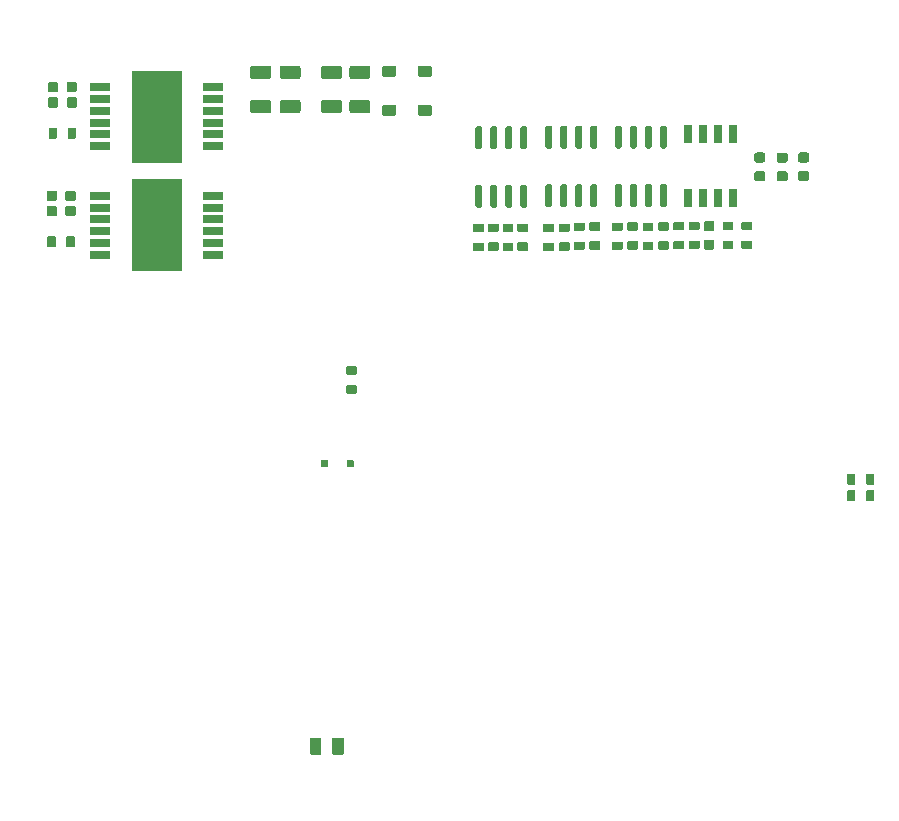
<source format=gtp>
G04 #@! TF.GenerationSoftware,KiCad,Pcbnew,8.0.9-8.0.9-0~ubuntu24.04.1*
G04 #@! TF.CreationDate,2025-09-04T03:17:17+00:00*
G04 #@! TF.ProjectId,PROLT,50524f4c-542e-46b6-9963-61645f706362,rev?*
G04 #@! TF.SameCoordinates,Original*
G04 #@! TF.FileFunction,Paste,Top*
G04 #@! TF.FilePolarity,Positive*
%FSLAX46Y46*%
G04 Gerber Fmt 4.6, Leading zero omitted, Abs format (unit mm)*
G04 Created by KiCad (PCBNEW 8.0.9-8.0.9-0~ubuntu24.04.1) date 2025-09-04 03:17:17*
%MOMM*%
%LPD*%
G01*
G04 APERTURE LIST*
%ADD10R,0.650000X1.525000*%
%ADD11R,1.750000X0.650000*%
%ADD12R,4.300000X7.900000*%
G04 APERTURE END LIST*
G04 #@! TO.C,R9*
G36*
G01*
X38830000Y43823405D02*
X38050000Y43823405D01*
G75*
G02*
X37980000Y43893405I0J70000D01*
G01*
X37980000Y44453405D01*
G75*
G02*
X38050000Y44523405I70000J0D01*
G01*
X38830000Y44523405D01*
G75*
G02*
X38900000Y44453405I0J-70000D01*
G01*
X38900000Y43893405D01*
G75*
G02*
X38830000Y43823405I-70000J0D01*
G01*
G37*
G36*
G01*
X38830000Y45423405D02*
X38050000Y45423405D01*
G75*
G02*
X37980000Y45493405I0J70000D01*
G01*
X37980000Y46053405D01*
G75*
G02*
X38050000Y46123405I70000J0D01*
G01*
X38830000Y46123405D01*
G75*
G02*
X38900000Y46053405I0J-70000D01*
G01*
X38900000Y45493405D01*
G75*
G02*
X38830000Y45423405I-70000J0D01*
G01*
G37*
G04 #@! TD*
G04 #@! TO.C,C1*
G36*
G01*
X58305000Y43934999D02*
X57625000Y43934999D01*
G75*
G02*
X57540000Y44019999I0J85000D01*
G01*
X57540000Y44699999D01*
G75*
G02*
X57625000Y44784999I85000J0D01*
G01*
X58305000Y44784999D01*
G75*
G02*
X58390000Y44699999I0J-85000D01*
G01*
X58390000Y44019999D01*
G75*
G02*
X58305000Y43934999I-85000J0D01*
G01*
G37*
G36*
G01*
X58305000Y45515001D02*
X57625000Y45515001D01*
G75*
G02*
X57540000Y45600001I0J85000D01*
G01*
X57540000Y46280001D01*
G75*
G02*
X57625000Y46365001I85000J0D01*
G01*
X58305000Y46365001D01*
G75*
G02*
X58390000Y46280001I0J-85000D01*
G01*
X58390000Y45600001D01*
G75*
G02*
X58305000Y45515001I-85000J0D01*
G01*
G37*
G04 #@! TD*
G04 #@! TO.C,R20*
G36*
G01*
X53710000Y46250000D02*
X54490000Y46250000D01*
G75*
G02*
X54560000Y46180000I0J-70000D01*
G01*
X54560000Y45620000D01*
G75*
G02*
X54490000Y45550000I-70000J0D01*
G01*
X53710000Y45550000D01*
G75*
G02*
X53640000Y45620000I0J70000D01*
G01*
X53640000Y46180000D01*
G75*
G02*
X53710000Y46250000I70000J0D01*
G01*
G37*
G36*
G01*
X53710000Y44650000D02*
X54490000Y44650000D01*
G75*
G02*
X54560000Y44580000I0J-70000D01*
G01*
X54560000Y44020000D01*
G75*
G02*
X54490000Y43950000I-70000J0D01*
G01*
X53710000Y43950000D01*
G75*
G02*
X53640000Y44020000I0J70000D01*
G01*
X53640000Y44580000D01*
G75*
G02*
X53710000Y44650000I70000J0D01*
G01*
G37*
G04 #@! TD*
G04 #@! TO.C,C26*
G36*
G01*
X1894998Y48160000D02*
X1894998Y48840000D01*
G75*
G02*
X1979998Y48925000I85000J0D01*
G01*
X2659998Y48925000D01*
G75*
G02*
X2744998Y48840000I0J-85000D01*
G01*
X2744998Y48160000D01*
G75*
G02*
X2659998Y48075000I-85000J0D01*
G01*
X1979998Y48075000D01*
G75*
G02*
X1894998Y48160000I0J85000D01*
G01*
G37*
G36*
G01*
X3475000Y48160000D02*
X3475000Y48840000D01*
G75*
G02*
X3560000Y48925000I85000J0D01*
G01*
X4240000Y48925000D01*
G75*
G02*
X4325000Y48840000I0J-85000D01*
G01*
X4325000Y48160000D01*
G75*
G02*
X4240000Y48075000I-85000J0D01*
G01*
X3560000Y48075000D01*
G75*
G02*
X3475000Y48160000I0J85000D01*
G01*
G37*
G04 #@! TD*
G04 #@! TO.C,R15*
G36*
G01*
X71950000Y23490000D02*
X71950000Y22710000D01*
G75*
G02*
X71880000Y22640000I-70000J0D01*
G01*
X71320000Y22640000D01*
G75*
G02*
X71250000Y22710000I0J70000D01*
G01*
X71250000Y23490000D01*
G75*
G02*
X71320000Y23560000I70000J0D01*
G01*
X71880000Y23560000D01*
G75*
G02*
X71950000Y23490000I0J-70000D01*
G01*
G37*
G36*
G01*
X70350000Y23490000D02*
X70350000Y22710000D01*
G75*
G02*
X70280000Y22640000I-70000J0D01*
G01*
X69720000Y22640000D01*
G75*
G02*
X69650000Y22710000I0J70000D01*
G01*
X69650000Y23490000D01*
G75*
G02*
X69720000Y23560000I70000J0D01*
G01*
X70280000Y23560000D01*
G75*
G02*
X70350000Y23490000I0J-70000D01*
G01*
G37*
G04 #@! TD*
G04 #@! TO.C,R19*
G36*
G01*
X51110000Y46250000D02*
X51890000Y46250000D01*
G75*
G02*
X51960000Y46180000I0J-70000D01*
G01*
X51960000Y45620000D01*
G75*
G02*
X51890000Y45550000I-70000J0D01*
G01*
X51110000Y45550000D01*
G75*
G02*
X51040000Y45620000I0J70000D01*
G01*
X51040000Y46180000D01*
G75*
G02*
X51110000Y46250000I70000J0D01*
G01*
G37*
G36*
G01*
X51110000Y44650000D02*
X51890000Y44650000D01*
G75*
G02*
X51960000Y44580000I0J-70000D01*
G01*
X51960000Y44020000D01*
G75*
G02*
X51890000Y43950000I-70000J0D01*
G01*
X51110000Y43950000D01*
G75*
G02*
X51040000Y44020000I0J70000D01*
G01*
X51040000Y44580000D01*
G75*
G02*
X51110000Y44650000I70000J0D01*
G01*
G37*
G04 #@! TD*
G04 #@! TO.C,F7*
G36*
G01*
X27500000Y58605010D02*
X27500000Y59295010D01*
G75*
G02*
X27730000Y59525010I230000J0D01*
G01*
X29070000Y59525010D01*
G75*
G02*
X29300000Y59295010I0J-230000D01*
G01*
X29300000Y58605010D01*
G75*
G02*
X29070000Y58375010I-230000J0D01*
G01*
X27730000Y58375010D01*
G75*
G02*
X27500000Y58605010I0J230000D01*
G01*
G37*
G36*
G01*
X27500000Y55704990D02*
X27500000Y56394990D01*
G75*
G02*
X27730000Y56624990I230000J0D01*
G01*
X29070000Y56624990D01*
G75*
G02*
X29300000Y56394990I0J-230000D01*
G01*
X29300000Y55704990D01*
G75*
G02*
X29070000Y55474990I-230000J0D01*
G01*
X27730000Y55474990D01*
G75*
G02*
X27500000Y55704990I0J230000D01*
G01*
G37*
G04 #@! TD*
G04 #@! TO.C,U3*
G36*
G01*
X50445000Y47550000D02*
X50145000Y47550000D01*
G75*
G02*
X49995000Y47700000I0J150000D01*
G01*
X49995000Y49350000D01*
G75*
G02*
X50145000Y49500000I150000J0D01*
G01*
X50445000Y49500000D01*
G75*
G02*
X50595000Y49350000I0J-150000D01*
G01*
X50595000Y47700000D01*
G75*
G02*
X50445000Y47550000I-150000J0D01*
G01*
G37*
G36*
G01*
X51715000Y47550000D02*
X51415000Y47550000D01*
G75*
G02*
X51265000Y47700000I0J150000D01*
G01*
X51265000Y49350000D01*
G75*
G02*
X51415000Y49500000I150000J0D01*
G01*
X51715000Y49500000D01*
G75*
G02*
X51865000Y49350000I0J-150000D01*
G01*
X51865000Y47700000D01*
G75*
G02*
X51715000Y47550000I-150000J0D01*
G01*
G37*
G36*
G01*
X52985000Y47550000D02*
X52685000Y47550000D01*
G75*
G02*
X52535000Y47700000I0J150000D01*
G01*
X52535000Y49350000D01*
G75*
G02*
X52685000Y49500000I150000J0D01*
G01*
X52985000Y49500000D01*
G75*
G02*
X53135000Y49350000I0J-150000D01*
G01*
X53135000Y47700000D01*
G75*
G02*
X52985000Y47550000I-150000J0D01*
G01*
G37*
G36*
G01*
X54255000Y47550000D02*
X53955000Y47550000D01*
G75*
G02*
X53805000Y47700000I0J150000D01*
G01*
X53805000Y49350000D01*
G75*
G02*
X53955000Y49500000I150000J0D01*
G01*
X54255000Y49500000D01*
G75*
G02*
X54405000Y49350000I0J-150000D01*
G01*
X54405000Y47700000D01*
G75*
G02*
X54255000Y47550000I-150000J0D01*
G01*
G37*
G36*
G01*
X54255000Y52500000D02*
X53955000Y52500000D01*
G75*
G02*
X53805000Y52650000I0J150000D01*
G01*
X53805000Y54300000D01*
G75*
G02*
X53955000Y54450000I150000J0D01*
G01*
X54255000Y54450000D01*
G75*
G02*
X54405000Y54300000I0J-150000D01*
G01*
X54405000Y52650000D01*
G75*
G02*
X54255000Y52500000I-150000J0D01*
G01*
G37*
G36*
G01*
X52985000Y52500000D02*
X52685000Y52500000D01*
G75*
G02*
X52535000Y52650000I0J150000D01*
G01*
X52535000Y54300000D01*
G75*
G02*
X52685000Y54450000I150000J0D01*
G01*
X52985000Y54450000D01*
G75*
G02*
X53135000Y54300000I0J-150000D01*
G01*
X53135000Y52650000D01*
G75*
G02*
X52985000Y52500000I-150000J0D01*
G01*
G37*
G36*
G01*
X51715000Y52500000D02*
X51415000Y52500000D01*
G75*
G02*
X51265000Y52650000I0J150000D01*
G01*
X51265000Y54300000D01*
G75*
G02*
X51415000Y54450000I150000J0D01*
G01*
X51715000Y54450000D01*
G75*
G02*
X51865000Y54300000I0J-150000D01*
G01*
X51865000Y52650000D01*
G75*
G02*
X51715000Y52500000I-150000J0D01*
G01*
G37*
G36*
G01*
X50445000Y52500000D02*
X50145000Y52500000D01*
G75*
G02*
X49995000Y52650000I0J150000D01*
G01*
X49995000Y54300000D01*
G75*
G02*
X50145000Y54450000I150000J0D01*
G01*
X50445000Y54450000D01*
G75*
G02*
X50595000Y54300000I0J-150000D01*
G01*
X50595000Y52650000D01*
G75*
G02*
X50445000Y52500000I-150000J0D01*
G01*
G37*
G04 #@! TD*
D10*
G04 #@! TO.C,IC1*
X56195000Y48313000D03*
X57465000Y48313000D03*
X58735000Y48313000D03*
X60005000Y48313000D03*
X60005000Y53737000D03*
X58735000Y53737000D03*
X57465000Y53737000D03*
X56195000Y53737000D03*
G04 #@! TD*
G04 #@! TO.C,R12*
G36*
G01*
X4250000Y44990000D02*
X4250000Y44210000D01*
G75*
G02*
X4180000Y44140000I-70000J0D01*
G01*
X3620000Y44140000D01*
G75*
G02*
X3550000Y44210000I0J70000D01*
G01*
X3550000Y44990000D01*
G75*
G02*
X3620000Y45060000I70000J0D01*
G01*
X4180000Y45060000D01*
G75*
G02*
X4250000Y44990000I0J-70000D01*
G01*
G37*
G36*
G01*
X2650000Y44990000D02*
X2650000Y44210000D01*
G75*
G02*
X2580000Y44140000I-70000J0D01*
G01*
X2020000Y44140000D01*
G75*
G02*
X1950000Y44210000I0J70000D01*
G01*
X1950000Y44990000D01*
G75*
G02*
X2020000Y45060000I70000J0D01*
G01*
X2580000Y45060000D01*
G75*
G02*
X2650000Y44990000I0J-70000D01*
G01*
G37*
G04 #@! TD*
G04 #@! TO.C,C13*
G36*
G01*
X1994998Y57360000D02*
X1994998Y58040000D01*
G75*
G02*
X2079998Y58125000I85000J0D01*
G01*
X2759998Y58125000D01*
G75*
G02*
X2844998Y58040000I0J-85000D01*
G01*
X2844998Y57360000D01*
G75*
G02*
X2759998Y57275000I-85000J0D01*
G01*
X2079998Y57275000D01*
G75*
G02*
X1994998Y57360000I0J85000D01*
G01*
G37*
G36*
G01*
X3575000Y57360000D02*
X3575000Y58040000D01*
G75*
G02*
X3660000Y58125000I85000J0D01*
G01*
X4340000Y58125000D01*
G75*
G02*
X4425000Y58040000I0J-85000D01*
G01*
X4425000Y57360000D01*
G75*
G02*
X4340000Y57275000I-85000J0D01*
G01*
X3660000Y57275000D01*
G75*
G02*
X3575000Y57360000I0J85000D01*
G01*
G37*
G04 #@! TD*
G04 #@! TO.C,R14*
G36*
G01*
X69650000Y24110000D02*
X69650000Y24890000D01*
G75*
G02*
X69720000Y24960000I70000J0D01*
G01*
X70280000Y24960000D01*
G75*
G02*
X70350000Y24890000I0J-70000D01*
G01*
X70350000Y24110000D01*
G75*
G02*
X70280000Y24040000I-70000J0D01*
G01*
X69720000Y24040000D01*
G75*
G02*
X69650000Y24110000I0J70000D01*
G01*
G37*
G36*
G01*
X71250000Y24110000D02*
X71250000Y24890000D01*
G75*
G02*
X71320000Y24960000I70000J0D01*
G01*
X71880000Y24960000D01*
G75*
G02*
X71950000Y24890000I0J-70000D01*
G01*
X71950000Y24110000D01*
G75*
G02*
X71880000Y24040000I-70000J0D01*
G01*
X71320000Y24040000D01*
G75*
G02*
X71250000Y24110000I0J70000D01*
G01*
G37*
G04 #@! TD*
D11*
G04 #@! TO.C,IC3*
X16000000Y43500000D03*
X16000000Y44500000D03*
X16000000Y45500000D03*
X16000000Y46500000D03*
X16000000Y47500000D03*
X16000000Y48500000D03*
X6400000Y48500000D03*
X6400000Y47500000D03*
X6400000Y46500000D03*
X6400000Y45500000D03*
X6400000Y44500000D03*
X6400000Y43500000D03*
D12*
X11200000Y46000000D03*
G04 #@! TD*
G04 #@! TO.C,D3*
G36*
G01*
X27838502Y25512502D02*
X27358502Y25512502D01*
G75*
G02*
X27298502Y25572502I0J60000D01*
G01*
X27298502Y26052502D01*
G75*
G02*
X27358502Y26112502I60000J0D01*
G01*
X27838502Y26112502D01*
G75*
G02*
X27898502Y26052502I0J-60000D01*
G01*
X27898502Y25572502D01*
G75*
G02*
X27838502Y25512502I-60000J0D01*
G01*
G37*
G36*
G01*
X25638502Y25512502D02*
X25158502Y25512502D01*
G75*
G02*
X25098502Y25572502I0J60000D01*
G01*
X25098502Y26052502D01*
G75*
G02*
X25158502Y26112502I60000J0D01*
G01*
X25638502Y26112502D01*
G75*
G02*
X25698502Y26052502I0J-60000D01*
G01*
X25698502Y25572502D01*
G75*
G02*
X25638502Y25512502I-60000J0D01*
G01*
G37*
G04 #@! TD*
G04 #@! TO.C,C27*
G36*
G01*
X1894998Y46860000D02*
X1894998Y47540000D01*
G75*
G02*
X1979998Y47625000I85000J0D01*
G01*
X2659998Y47625000D01*
G75*
G02*
X2744998Y47540000I0J-85000D01*
G01*
X2744998Y46860000D01*
G75*
G02*
X2659998Y46775000I-85000J0D01*
G01*
X1979998Y46775000D01*
G75*
G02*
X1894998Y46860000I0J85000D01*
G01*
G37*
G36*
G01*
X3475000Y46860000D02*
X3475000Y47540000D01*
G75*
G02*
X3560000Y47625000I85000J0D01*
G01*
X4240000Y47625000D01*
G75*
G02*
X4325000Y47540000I0J-85000D01*
G01*
X4325000Y46860000D01*
G75*
G02*
X4240000Y46775000I-85000J0D01*
G01*
X3560000Y46775000D01*
G75*
G02*
X3475000Y46860000I0J85000D01*
G01*
G37*
G04 #@! TD*
G04 #@! TO.C,R13*
G36*
G01*
X28090000Y31750000D02*
X27310000Y31750000D01*
G75*
G02*
X27240000Y31820000I0J70000D01*
G01*
X27240000Y32380000D01*
G75*
G02*
X27310000Y32450000I70000J0D01*
G01*
X28090000Y32450000D01*
G75*
G02*
X28160000Y32380000I0J-70000D01*
G01*
X28160000Y31820000D01*
G75*
G02*
X28090000Y31750000I-70000J0D01*
G01*
G37*
G36*
G01*
X28090000Y33350000D02*
X27310000Y33350000D01*
G75*
G02*
X27240000Y33420000I0J70000D01*
G01*
X27240000Y33980000D01*
G75*
G02*
X27310000Y34050000I70000J0D01*
G01*
X28090000Y34050000D01*
G75*
G02*
X28160000Y33980000I0J-70000D01*
G01*
X28160000Y33420000D01*
G75*
G02*
X28090000Y33350000I-70000J0D01*
G01*
G37*
G04 #@! TD*
G04 #@! TO.C,R4*
G36*
G01*
X53190000Y43925000D02*
X52410000Y43925000D01*
G75*
G02*
X52340000Y43995000I0J70000D01*
G01*
X52340000Y44555000D01*
G75*
G02*
X52410000Y44625000I70000J0D01*
G01*
X53190000Y44625000D01*
G75*
G02*
X53260000Y44555000I0J-70000D01*
G01*
X53260000Y43995000D01*
G75*
G02*
X53190000Y43925000I-70000J0D01*
G01*
G37*
G36*
G01*
X53190000Y45525000D02*
X52410000Y45525000D01*
G75*
G02*
X52340000Y45595000I0J70000D01*
G01*
X52340000Y46155000D01*
G75*
G02*
X52410000Y46225000I70000J0D01*
G01*
X53190000Y46225000D01*
G75*
G02*
X53260000Y46155000I0J-70000D01*
G01*
X53260000Y45595000D01*
G75*
G02*
X53190000Y45525000I-70000J0D01*
G01*
G37*
G04 #@! TD*
G04 #@! TO.C,R5*
G36*
G01*
X55790000Y43975000D02*
X55010000Y43975000D01*
G75*
G02*
X54940000Y44045000I0J70000D01*
G01*
X54940000Y44605000D01*
G75*
G02*
X55010000Y44675000I70000J0D01*
G01*
X55790000Y44675000D01*
G75*
G02*
X55860000Y44605000I0J-70000D01*
G01*
X55860000Y44045000D01*
G75*
G02*
X55790000Y43975000I-70000J0D01*
G01*
G37*
G36*
G01*
X55790000Y45575000D02*
X55010000Y45575000D01*
G75*
G02*
X54940000Y45645000I0J70000D01*
G01*
X54940000Y46205000D01*
G75*
G02*
X55010000Y46275000I70000J0D01*
G01*
X55790000Y46275000D01*
G75*
G02*
X55860000Y46205000I0J-70000D01*
G01*
X55860000Y45645000D01*
G75*
G02*
X55790000Y45575000I-70000J0D01*
G01*
G37*
G04 #@! TD*
G04 #@! TO.C,R1*
G36*
G01*
X44770000Y43825000D02*
X43990000Y43825000D01*
G75*
G02*
X43920000Y43895000I0J70000D01*
G01*
X43920000Y44455000D01*
G75*
G02*
X43990000Y44525000I70000J0D01*
G01*
X44770000Y44525000D01*
G75*
G02*
X44840000Y44455000I0J-70000D01*
G01*
X44840000Y43895000D01*
G75*
G02*
X44770000Y43825000I-70000J0D01*
G01*
G37*
G36*
G01*
X44770000Y45425000D02*
X43990000Y45425000D01*
G75*
G02*
X43920000Y45495000I0J70000D01*
G01*
X43920000Y46055000D01*
G75*
G02*
X43990000Y46125000I70000J0D01*
G01*
X44770000Y46125000D01*
G75*
G02*
X44840000Y46055000I0J-70000D01*
G01*
X44840000Y45495000D01*
G75*
G02*
X44770000Y45425000I-70000J0D01*
G01*
G37*
G04 #@! TD*
G04 #@! TO.C,R21*
G36*
G01*
X39310000Y46150000D02*
X40090000Y46150000D01*
G75*
G02*
X40160000Y46080000I0J-70000D01*
G01*
X40160000Y45520000D01*
G75*
G02*
X40090000Y45450000I-70000J0D01*
G01*
X39310000Y45450000D01*
G75*
G02*
X39240000Y45520000I0J70000D01*
G01*
X39240000Y46080000D01*
G75*
G02*
X39310000Y46150000I70000J0D01*
G01*
G37*
G36*
G01*
X39310000Y44550000D02*
X40090000Y44550000D01*
G75*
G02*
X40160000Y44480000I0J-70000D01*
G01*
X40160000Y43920000D01*
G75*
G02*
X40090000Y43850000I-70000J0D01*
G01*
X39310000Y43850000D01*
G75*
G02*
X39240000Y43920000I0J70000D01*
G01*
X39240000Y44480000D01*
G75*
G02*
X39310000Y44550000I70000J0D01*
G01*
G37*
G04 #@! TD*
D11*
G04 #@! TO.C,IC2*
X16000000Y52700000D03*
X16000000Y53700000D03*
X16000000Y54700000D03*
X16000000Y55700000D03*
X16000000Y56700000D03*
X16000000Y57700000D03*
X6400000Y57700000D03*
X6400000Y56700000D03*
X6400000Y55700000D03*
X6400000Y54700000D03*
X6400000Y53700000D03*
X6400000Y52700000D03*
D12*
X11200000Y55200000D03*
G04 #@! TD*
G04 #@! TO.C,F2*
G36*
G01*
X63908750Y52162500D02*
X64421250Y52162500D01*
G75*
G02*
X64640000Y51943750I0J-218750D01*
G01*
X64640000Y51506250D01*
G75*
G02*
X64421250Y51287500I-218750J0D01*
G01*
X63908750Y51287500D01*
G75*
G02*
X63690000Y51506250I0J218750D01*
G01*
X63690000Y51943750D01*
G75*
G02*
X63908750Y52162500I218750J0D01*
G01*
G37*
G36*
G01*
X63908750Y50587500D02*
X64421250Y50587500D01*
G75*
G02*
X64640000Y50368750I0J-218750D01*
G01*
X64640000Y49931250D01*
G75*
G02*
X64421250Y49712500I-218750J0D01*
G01*
X63908750Y49712500D01*
G75*
G02*
X63690000Y49931250I0J218750D01*
G01*
X63690000Y50368750D01*
G75*
G02*
X63908750Y50587500I218750J0D01*
G01*
G37*
G04 #@! TD*
G04 #@! TO.C,U4*
G36*
G01*
X38620000Y47500000D02*
X38320000Y47500000D01*
G75*
G02*
X38170000Y47650000I0J150000D01*
G01*
X38170000Y49300000D01*
G75*
G02*
X38320000Y49450000I150000J0D01*
G01*
X38620000Y49450000D01*
G75*
G02*
X38770000Y49300000I0J-150000D01*
G01*
X38770000Y47650000D01*
G75*
G02*
X38620000Y47500000I-150000J0D01*
G01*
G37*
G36*
G01*
X39890000Y47500000D02*
X39590000Y47500000D01*
G75*
G02*
X39440000Y47650000I0J150000D01*
G01*
X39440000Y49300000D01*
G75*
G02*
X39590000Y49450000I150000J0D01*
G01*
X39890000Y49450000D01*
G75*
G02*
X40040000Y49300000I0J-150000D01*
G01*
X40040000Y47650000D01*
G75*
G02*
X39890000Y47500000I-150000J0D01*
G01*
G37*
G36*
G01*
X41160000Y47500000D02*
X40860000Y47500000D01*
G75*
G02*
X40710000Y47650000I0J150000D01*
G01*
X40710000Y49300000D01*
G75*
G02*
X40860000Y49450000I150000J0D01*
G01*
X41160000Y49450000D01*
G75*
G02*
X41310000Y49300000I0J-150000D01*
G01*
X41310000Y47650000D01*
G75*
G02*
X41160000Y47500000I-150000J0D01*
G01*
G37*
G36*
G01*
X42430000Y47500000D02*
X42130000Y47500000D01*
G75*
G02*
X41980000Y47650000I0J150000D01*
G01*
X41980000Y49300000D01*
G75*
G02*
X42130000Y49450000I150000J0D01*
G01*
X42430000Y49450000D01*
G75*
G02*
X42580000Y49300000I0J-150000D01*
G01*
X42580000Y47650000D01*
G75*
G02*
X42430000Y47500000I-150000J0D01*
G01*
G37*
G36*
G01*
X42430000Y52450000D02*
X42130000Y52450000D01*
G75*
G02*
X41980000Y52600000I0J150000D01*
G01*
X41980000Y54250000D01*
G75*
G02*
X42130000Y54400000I150000J0D01*
G01*
X42430000Y54400000D01*
G75*
G02*
X42580000Y54250000I0J-150000D01*
G01*
X42580000Y52600000D01*
G75*
G02*
X42430000Y52450000I-150000J0D01*
G01*
G37*
G36*
G01*
X41160000Y52450000D02*
X40860000Y52450000D01*
G75*
G02*
X40710000Y52600000I0J150000D01*
G01*
X40710000Y54250000D01*
G75*
G02*
X40860000Y54400000I150000J0D01*
G01*
X41160000Y54400000D01*
G75*
G02*
X41310000Y54250000I0J-150000D01*
G01*
X41310000Y52600000D01*
G75*
G02*
X41160000Y52450000I-150000J0D01*
G01*
G37*
G36*
G01*
X39890000Y52450000D02*
X39590000Y52450000D01*
G75*
G02*
X39440000Y52600000I0J150000D01*
G01*
X39440000Y54250000D01*
G75*
G02*
X39590000Y54400000I150000J0D01*
G01*
X39890000Y54400000D01*
G75*
G02*
X40040000Y54250000I0J-150000D01*
G01*
X40040000Y52600000D01*
G75*
G02*
X39890000Y52450000I-150000J0D01*
G01*
G37*
G36*
G01*
X38620000Y52450000D02*
X38320000Y52450000D01*
G75*
G02*
X38170000Y52600000I0J150000D01*
G01*
X38170000Y54250000D01*
G75*
G02*
X38320000Y54400000I150000J0D01*
G01*
X38620000Y54400000D01*
G75*
G02*
X38770000Y54250000I0J-150000D01*
G01*
X38770000Y52600000D01*
G75*
G02*
X38620000Y52450000I-150000J0D01*
G01*
G37*
G04 #@! TD*
G04 #@! TO.C,F5*
G36*
G01*
X21600000Y58605010D02*
X21600000Y59295010D01*
G75*
G02*
X21830000Y59525010I230000J0D01*
G01*
X23170000Y59525010D01*
G75*
G02*
X23400000Y59295010I0J-230000D01*
G01*
X23400000Y58605010D01*
G75*
G02*
X23170000Y58375010I-230000J0D01*
G01*
X21830000Y58375010D01*
G75*
G02*
X21600000Y58605010I0J230000D01*
G01*
G37*
G36*
G01*
X21600000Y55704990D02*
X21600000Y56394990D01*
G75*
G02*
X21830000Y56624990I230000J0D01*
G01*
X23170000Y56624990D01*
G75*
G02*
X23400000Y56394990I0J-230000D01*
G01*
X23400000Y55704990D01*
G75*
G02*
X23170000Y55474990I-230000J0D01*
G01*
X21830000Y55474990D01*
G75*
G02*
X21600000Y55704990I0J230000D01*
G01*
G37*
G04 #@! TD*
G04 #@! TO.C,R18*
G36*
G01*
X45310000Y46150000D02*
X46090000Y46150000D01*
G75*
G02*
X46160000Y46080000I0J-70000D01*
G01*
X46160000Y45520000D01*
G75*
G02*
X46090000Y45450000I-70000J0D01*
G01*
X45310000Y45450000D01*
G75*
G02*
X45240000Y45520000I0J70000D01*
G01*
X45240000Y46080000D01*
G75*
G02*
X45310000Y46150000I70000J0D01*
G01*
G37*
G36*
G01*
X45310000Y44550000D02*
X46090000Y44550000D01*
G75*
G02*
X46160000Y44480000I0J-70000D01*
G01*
X46160000Y43920000D01*
G75*
G02*
X46090000Y43850000I-70000J0D01*
G01*
X45310000Y43850000D01*
G75*
G02*
X45240000Y43920000I0J70000D01*
G01*
X45240000Y44480000D01*
G75*
G02*
X45310000Y44550000I70000J0D01*
G01*
G37*
G04 #@! TD*
G04 #@! TO.C,R16*
G36*
G01*
X24149999Y1275000D02*
X24149999Y2525000D01*
G75*
G02*
X24249999Y2625000I100000J0D01*
G01*
X25049999Y2625000D01*
G75*
G02*
X25149999Y2525000I0J-100000D01*
G01*
X25149999Y1275000D01*
G75*
G02*
X25049999Y1175000I-100000J0D01*
G01*
X24249999Y1175000D01*
G75*
G02*
X24149999Y1275000I0J100000D01*
G01*
G37*
G36*
G01*
X26050021Y1275000D02*
X26050021Y2525000D01*
G75*
G02*
X26150021Y2625000I100000J0D01*
G01*
X26950021Y2625000D01*
G75*
G02*
X27050021Y2525000I0J-100000D01*
G01*
X27050021Y1275000D01*
G75*
G02*
X26950021Y1175000I-100000J0D01*
G01*
X26150021Y1175000D01*
G75*
G02*
X26050021Y1275000I0J100000D01*
G01*
G37*
G04 #@! TD*
G04 #@! TO.C,R11*
G36*
G01*
X4350000Y54190000D02*
X4350000Y53410000D01*
G75*
G02*
X4280000Y53340000I-70000J0D01*
G01*
X3720000Y53340000D01*
G75*
G02*
X3650000Y53410000I0J70000D01*
G01*
X3650000Y54190000D01*
G75*
G02*
X3720000Y54260000I70000J0D01*
G01*
X4280000Y54260000D01*
G75*
G02*
X4350000Y54190000I0J-70000D01*
G01*
G37*
G36*
G01*
X2750000Y54190000D02*
X2750000Y53410000D01*
G75*
G02*
X2680000Y53340000I-70000J0D01*
G01*
X2120000Y53340000D01*
G75*
G02*
X2050000Y53410000I0J70000D01*
G01*
X2050000Y54190000D01*
G75*
G02*
X2120000Y54260000I70000J0D01*
G01*
X2680000Y54260000D01*
G75*
G02*
X2750000Y54190000I0J-70000D01*
G01*
G37*
G04 #@! TD*
G04 #@! TO.C,D2*
G36*
G01*
X31410000Y55300000D02*
X30390000Y55300000D01*
G75*
G02*
X30300000Y55390000I0J90000D01*
G01*
X30300000Y56110000D01*
G75*
G02*
X30390000Y56200000I90000J0D01*
G01*
X31410000Y56200000D01*
G75*
G02*
X31500000Y56110000I0J-90000D01*
G01*
X31500000Y55390000D01*
G75*
G02*
X31410000Y55300000I-90000J0D01*
G01*
G37*
G36*
G01*
X31410000Y58600000D02*
X30390000Y58600000D01*
G75*
G02*
X30300000Y58690000I0J90000D01*
G01*
X30300000Y59410000D01*
G75*
G02*
X30390000Y59500000I90000J0D01*
G01*
X31410000Y59500000D01*
G75*
G02*
X31500000Y59410000I0J-90000D01*
G01*
X31500000Y58690000D01*
G75*
G02*
X31410000Y58600000I-90000J0D01*
G01*
G37*
G04 #@! TD*
G04 #@! TO.C,F4*
G36*
G01*
X19100000Y58605010D02*
X19100000Y59295010D01*
G75*
G02*
X19330000Y59525010I230000J0D01*
G01*
X20670000Y59525010D01*
G75*
G02*
X20900000Y59295010I0J-230000D01*
G01*
X20900000Y58605010D01*
G75*
G02*
X20670000Y58375010I-230000J0D01*
G01*
X19330000Y58375010D01*
G75*
G02*
X19100000Y58605010I0J230000D01*
G01*
G37*
G36*
G01*
X19100000Y55704990D02*
X19100000Y56394990D01*
G75*
G02*
X19330000Y56624990I230000J0D01*
G01*
X20670000Y56624990D01*
G75*
G02*
X20900000Y56394990I0J-230000D01*
G01*
X20900000Y55704990D01*
G75*
G02*
X20670000Y55474990I-230000J0D01*
G01*
X19330000Y55474990D01*
G75*
G02*
X19100000Y55704990I0J230000D01*
G01*
G37*
G04 #@! TD*
G04 #@! TO.C,D1*
G36*
G01*
X34410000Y55300000D02*
X33390000Y55300000D01*
G75*
G02*
X33300000Y55390000I0J90000D01*
G01*
X33300000Y56110000D01*
G75*
G02*
X33390000Y56200000I90000J0D01*
G01*
X34410000Y56200000D01*
G75*
G02*
X34500000Y56110000I0J-90000D01*
G01*
X34500000Y55390000D01*
G75*
G02*
X34410000Y55300000I-90000J0D01*
G01*
G37*
G36*
G01*
X34410000Y58600000D02*
X33390000Y58600000D01*
G75*
G02*
X33300000Y58690000I0J90000D01*
G01*
X33300000Y59410000D01*
G75*
G02*
X33390000Y59500000I90000J0D01*
G01*
X34410000Y59500000D01*
G75*
G02*
X34500000Y59410000I0J-90000D01*
G01*
X34500000Y58690000D01*
G75*
G02*
X34410000Y58600000I-90000J0D01*
G01*
G37*
G04 #@! TD*
G04 #@! TO.C,U2*
G36*
G01*
X44545000Y47550000D02*
X44245000Y47550000D01*
G75*
G02*
X44095000Y47700000I0J150000D01*
G01*
X44095000Y49350000D01*
G75*
G02*
X44245000Y49500000I150000J0D01*
G01*
X44545000Y49500000D01*
G75*
G02*
X44695000Y49350000I0J-150000D01*
G01*
X44695000Y47700000D01*
G75*
G02*
X44545000Y47550000I-150000J0D01*
G01*
G37*
G36*
G01*
X45815000Y47550000D02*
X45515000Y47550000D01*
G75*
G02*
X45365000Y47700000I0J150000D01*
G01*
X45365000Y49350000D01*
G75*
G02*
X45515000Y49500000I150000J0D01*
G01*
X45815000Y49500000D01*
G75*
G02*
X45965000Y49350000I0J-150000D01*
G01*
X45965000Y47700000D01*
G75*
G02*
X45815000Y47550000I-150000J0D01*
G01*
G37*
G36*
G01*
X47085000Y47550000D02*
X46785000Y47550000D01*
G75*
G02*
X46635000Y47700000I0J150000D01*
G01*
X46635000Y49350000D01*
G75*
G02*
X46785000Y49500000I150000J0D01*
G01*
X47085000Y49500000D01*
G75*
G02*
X47235000Y49350000I0J-150000D01*
G01*
X47235000Y47700000D01*
G75*
G02*
X47085000Y47550000I-150000J0D01*
G01*
G37*
G36*
G01*
X48355000Y47550000D02*
X48055000Y47550000D01*
G75*
G02*
X47905000Y47700000I0J150000D01*
G01*
X47905000Y49350000D01*
G75*
G02*
X48055000Y49500000I150000J0D01*
G01*
X48355000Y49500000D01*
G75*
G02*
X48505000Y49350000I0J-150000D01*
G01*
X48505000Y47700000D01*
G75*
G02*
X48355000Y47550000I-150000J0D01*
G01*
G37*
G36*
G01*
X48355000Y52500000D02*
X48055000Y52500000D01*
G75*
G02*
X47905000Y52650000I0J150000D01*
G01*
X47905000Y54300000D01*
G75*
G02*
X48055000Y54450000I150000J0D01*
G01*
X48355000Y54450000D01*
G75*
G02*
X48505000Y54300000I0J-150000D01*
G01*
X48505000Y52650000D01*
G75*
G02*
X48355000Y52500000I-150000J0D01*
G01*
G37*
G36*
G01*
X47085000Y52500000D02*
X46785000Y52500000D01*
G75*
G02*
X46635000Y52650000I0J150000D01*
G01*
X46635000Y54300000D01*
G75*
G02*
X46785000Y54450000I150000J0D01*
G01*
X47085000Y54450000D01*
G75*
G02*
X47235000Y54300000I0J-150000D01*
G01*
X47235000Y52650000D01*
G75*
G02*
X47085000Y52500000I-150000J0D01*
G01*
G37*
G36*
G01*
X45815000Y52500000D02*
X45515000Y52500000D01*
G75*
G02*
X45365000Y52650000I0J150000D01*
G01*
X45365000Y54300000D01*
G75*
G02*
X45515000Y54450000I150000J0D01*
G01*
X45815000Y54450000D01*
G75*
G02*
X45965000Y54300000I0J-150000D01*
G01*
X45965000Y52650000D01*
G75*
G02*
X45815000Y52500000I-150000J0D01*
G01*
G37*
G36*
G01*
X44545000Y52500000D02*
X44245000Y52500000D01*
G75*
G02*
X44095000Y52650000I0J150000D01*
G01*
X44095000Y54300000D01*
G75*
G02*
X44245000Y54450000I150000J0D01*
G01*
X44545000Y54450000D01*
G75*
G02*
X44695000Y54300000I0J-150000D01*
G01*
X44695000Y52650000D01*
G75*
G02*
X44545000Y52500000I-150000J0D01*
G01*
G37*
G04 #@! TD*
G04 #@! TO.C,F3*
G36*
G01*
X65708750Y52175000D02*
X66221250Y52175000D01*
G75*
G02*
X66440000Y51956250I0J-218750D01*
G01*
X66440000Y51518750D01*
G75*
G02*
X66221250Y51300000I-218750J0D01*
G01*
X65708750Y51300000D01*
G75*
G02*
X65490000Y51518750I0J218750D01*
G01*
X65490000Y51956250D01*
G75*
G02*
X65708750Y52175000I218750J0D01*
G01*
G37*
G36*
G01*
X65708750Y50600000D02*
X66221250Y50600000D01*
G75*
G02*
X66440000Y50381250I0J-218750D01*
G01*
X66440000Y49943750D01*
G75*
G02*
X66221250Y49725000I-218750J0D01*
G01*
X65708750Y49725000D01*
G75*
G02*
X65490000Y49943750I0J218750D01*
G01*
X65490000Y50381250D01*
G75*
G02*
X65708750Y50600000I218750J0D01*
G01*
G37*
G04 #@! TD*
G04 #@! TO.C,R7*
G36*
G01*
X61555000Y44000000D02*
X60775000Y44000000D01*
G75*
G02*
X60705000Y44070000I0J70000D01*
G01*
X60705000Y44630000D01*
G75*
G02*
X60775000Y44700000I70000J0D01*
G01*
X61555000Y44700000D01*
G75*
G02*
X61625000Y44630000I0J-70000D01*
G01*
X61625000Y44070000D01*
G75*
G02*
X61555000Y44000000I-70000J0D01*
G01*
G37*
G36*
G01*
X61555000Y45600000D02*
X60775000Y45600000D01*
G75*
G02*
X60705000Y45670000I0J70000D01*
G01*
X60705000Y46230000D01*
G75*
G02*
X60775000Y46300000I70000J0D01*
G01*
X61555000Y46300000D01*
G75*
G02*
X61625000Y46230000I0J-70000D01*
G01*
X61625000Y45670000D01*
G75*
G02*
X61555000Y45600000I-70000J0D01*
G01*
G37*
G04 #@! TD*
G04 #@! TO.C,R8*
G36*
G01*
X59955000Y44000000D02*
X59175000Y44000000D01*
G75*
G02*
X59105000Y44070000I0J70000D01*
G01*
X59105000Y44630000D01*
G75*
G02*
X59175000Y44700000I70000J0D01*
G01*
X59955000Y44700000D01*
G75*
G02*
X60025000Y44630000I0J-70000D01*
G01*
X60025000Y44070000D01*
G75*
G02*
X59955000Y44000000I-70000J0D01*
G01*
G37*
G36*
G01*
X59955000Y45600000D02*
X59175000Y45600000D01*
G75*
G02*
X59105000Y45670000I0J70000D01*
G01*
X59105000Y46230000D01*
G75*
G02*
X59175000Y46300000I70000J0D01*
G01*
X59955000Y46300000D01*
G75*
G02*
X60025000Y46230000I0J-70000D01*
G01*
X60025000Y45670000D01*
G75*
G02*
X59955000Y45600000I-70000J0D01*
G01*
G37*
G04 #@! TD*
G04 #@! TO.C,R2*
G36*
G01*
X47370000Y43925000D02*
X46590000Y43925000D01*
G75*
G02*
X46520000Y43995000I0J70000D01*
G01*
X46520000Y44555000D01*
G75*
G02*
X46590000Y44625000I70000J0D01*
G01*
X47370000Y44625000D01*
G75*
G02*
X47440000Y44555000I0J-70000D01*
G01*
X47440000Y43995000D01*
G75*
G02*
X47370000Y43925000I-70000J0D01*
G01*
G37*
G36*
G01*
X47370000Y45525000D02*
X46590000Y45525000D01*
G75*
G02*
X46520000Y45595000I0J70000D01*
G01*
X46520000Y46155000D01*
G75*
G02*
X46590000Y46225000I70000J0D01*
G01*
X47370000Y46225000D01*
G75*
G02*
X47440000Y46155000I0J-70000D01*
G01*
X47440000Y45595000D01*
G75*
G02*
X47370000Y45525000I-70000J0D01*
G01*
G37*
G04 #@! TD*
G04 #@! TO.C,R22*
G36*
G01*
X41810000Y46150000D02*
X42590000Y46150000D01*
G75*
G02*
X42660000Y46080000I0J-70000D01*
G01*
X42660000Y45520000D01*
G75*
G02*
X42590000Y45450000I-70000J0D01*
G01*
X41810000Y45450000D01*
G75*
G02*
X41740000Y45520000I0J70000D01*
G01*
X41740000Y46080000D01*
G75*
G02*
X41810000Y46150000I70000J0D01*
G01*
G37*
G36*
G01*
X41810000Y44550000D02*
X42590000Y44550000D01*
G75*
G02*
X42660000Y44480000I0J-70000D01*
G01*
X42660000Y43920000D01*
G75*
G02*
X42590000Y43850000I-70000J0D01*
G01*
X41810000Y43850000D01*
G75*
G02*
X41740000Y43920000I0J70000D01*
G01*
X41740000Y44480000D01*
G75*
G02*
X41810000Y44550000I70000J0D01*
G01*
G37*
G04 #@! TD*
G04 #@! TO.C,F6*
G36*
G01*
X25100000Y58605010D02*
X25100000Y59295010D01*
G75*
G02*
X25330000Y59525010I230000J0D01*
G01*
X26670000Y59525010D01*
G75*
G02*
X26900000Y59295010I0J-230000D01*
G01*
X26900000Y58605010D01*
G75*
G02*
X26670000Y58375010I-230000J0D01*
G01*
X25330000Y58375010D01*
G75*
G02*
X25100000Y58605010I0J230000D01*
G01*
G37*
G36*
G01*
X25100000Y55704990D02*
X25100000Y56394990D01*
G75*
G02*
X25330000Y56624990I230000J0D01*
G01*
X26670000Y56624990D01*
G75*
G02*
X26900000Y56394990I0J-230000D01*
G01*
X26900000Y55704990D01*
G75*
G02*
X26670000Y55474990I-230000J0D01*
G01*
X25330000Y55474990D01*
G75*
G02*
X25100000Y55704990I0J230000D01*
G01*
G37*
G04 #@! TD*
G04 #@! TO.C,R3*
G36*
G01*
X50590000Y43925000D02*
X49810000Y43925000D01*
G75*
G02*
X49740000Y43995000I0J70000D01*
G01*
X49740000Y44555000D01*
G75*
G02*
X49810000Y44625000I70000J0D01*
G01*
X50590000Y44625000D01*
G75*
G02*
X50660000Y44555000I0J-70000D01*
G01*
X50660000Y43995000D01*
G75*
G02*
X50590000Y43925000I-70000J0D01*
G01*
G37*
G36*
G01*
X50590000Y45525000D02*
X49810000Y45525000D01*
G75*
G02*
X49740000Y45595000I0J70000D01*
G01*
X49740000Y46155000D01*
G75*
G02*
X49810000Y46225000I70000J0D01*
G01*
X50590000Y46225000D01*
G75*
G02*
X50660000Y46155000I0J-70000D01*
G01*
X50660000Y45595000D01*
G75*
G02*
X50590000Y45525000I-70000J0D01*
G01*
G37*
G04 #@! TD*
G04 #@! TO.C,C14*
G36*
G01*
X1994998Y56060000D02*
X1994998Y56740000D01*
G75*
G02*
X2079998Y56825000I85000J0D01*
G01*
X2759998Y56825000D01*
G75*
G02*
X2844998Y56740000I0J-85000D01*
G01*
X2844998Y56060000D01*
G75*
G02*
X2759998Y55975000I-85000J0D01*
G01*
X2079998Y55975000D01*
G75*
G02*
X1994998Y56060000I0J85000D01*
G01*
G37*
G36*
G01*
X3575000Y56060000D02*
X3575000Y56740000D01*
G75*
G02*
X3660000Y56825000I85000J0D01*
G01*
X4340000Y56825000D01*
G75*
G02*
X4425000Y56740000I0J-85000D01*
G01*
X4425000Y56060000D01*
G75*
G02*
X4340000Y55975000I-85000J0D01*
G01*
X3660000Y55975000D01*
G75*
G02*
X3575000Y56060000I0J85000D01*
G01*
G37*
G04 #@! TD*
G04 #@! TO.C,F1*
G36*
G01*
X61998750Y52175000D02*
X62511250Y52175000D01*
G75*
G02*
X62730000Y51956250I0J-218750D01*
G01*
X62730000Y51518750D01*
G75*
G02*
X62511250Y51300000I-218750J0D01*
G01*
X61998750Y51300000D01*
G75*
G02*
X61780000Y51518750I0J218750D01*
G01*
X61780000Y51956250D01*
G75*
G02*
X61998750Y52175000I218750J0D01*
G01*
G37*
G36*
G01*
X61998750Y50600000D02*
X62511250Y50600000D01*
G75*
G02*
X62730000Y50381250I0J-218750D01*
G01*
X62730000Y49943750D01*
G75*
G02*
X62511250Y49725000I-218750J0D01*
G01*
X61998750Y49725000D01*
G75*
G02*
X61780000Y49943750I0J218750D01*
G01*
X61780000Y50381250D01*
G75*
G02*
X61998750Y50600000I218750J0D01*
G01*
G37*
G04 #@! TD*
G04 #@! TO.C,R6*
G36*
G01*
X57090000Y44000000D02*
X56310000Y44000000D01*
G75*
G02*
X56240000Y44070000I0J70000D01*
G01*
X56240000Y44630000D01*
G75*
G02*
X56310000Y44700000I70000J0D01*
G01*
X57090000Y44700000D01*
G75*
G02*
X57160000Y44630000I0J-70000D01*
G01*
X57160000Y44070000D01*
G75*
G02*
X57090000Y44000000I-70000J0D01*
G01*
G37*
G36*
G01*
X57090000Y45600000D02*
X56310000Y45600000D01*
G75*
G02*
X56240000Y45670000I0J70000D01*
G01*
X56240000Y46230000D01*
G75*
G02*
X56310000Y46300000I70000J0D01*
G01*
X57090000Y46300000D01*
G75*
G02*
X57160000Y46230000I0J-70000D01*
G01*
X57160000Y45670000D01*
G75*
G02*
X57090000Y45600000I-70000J0D01*
G01*
G37*
G04 #@! TD*
G04 #@! TO.C,R17*
G36*
G01*
X47910000Y46250000D02*
X48690000Y46250000D01*
G75*
G02*
X48760000Y46180000I0J-70000D01*
G01*
X48760000Y45620000D01*
G75*
G02*
X48690000Y45550000I-70000J0D01*
G01*
X47910000Y45550000D01*
G75*
G02*
X47840000Y45620000I0J70000D01*
G01*
X47840000Y46180000D01*
G75*
G02*
X47910000Y46250000I70000J0D01*
G01*
G37*
G36*
G01*
X47910000Y44650000D02*
X48690000Y44650000D01*
G75*
G02*
X48760000Y44580000I0J-70000D01*
G01*
X48760000Y44020000D01*
G75*
G02*
X48690000Y43950000I-70000J0D01*
G01*
X47910000Y43950000D01*
G75*
G02*
X47840000Y44020000I0J70000D01*
G01*
X47840000Y44580000D01*
G75*
G02*
X47910000Y44650000I70000J0D01*
G01*
G37*
G04 #@! TD*
G04 #@! TO.C,R10*
G36*
G01*
X41330000Y43825000D02*
X40550000Y43825000D01*
G75*
G02*
X40480000Y43895000I0J70000D01*
G01*
X40480000Y44455000D01*
G75*
G02*
X40550000Y44525000I70000J0D01*
G01*
X41330000Y44525000D01*
G75*
G02*
X41400000Y44455000I0J-70000D01*
G01*
X41400000Y43895000D01*
G75*
G02*
X41330000Y43825000I-70000J0D01*
G01*
G37*
G36*
G01*
X41330000Y45425000D02*
X40550000Y45425000D01*
G75*
G02*
X40480000Y45495000I0J70000D01*
G01*
X40480000Y46055000D01*
G75*
G02*
X40550000Y46125000I70000J0D01*
G01*
X41330000Y46125000D01*
G75*
G02*
X41400000Y46055000I0J-70000D01*
G01*
X41400000Y45495000D01*
G75*
G02*
X41330000Y45425000I-70000J0D01*
G01*
G37*
G04 #@! TD*
M02*

</source>
